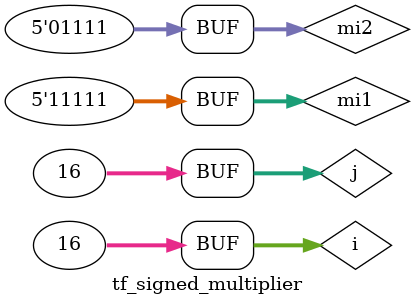
<source format=v>
`timescale 1ns / 1ps


module tf_signed_multiplier;

	// Inputs
	reg [4:0] mi1;
	reg [4:0] mi2;

	// Outputs
	wire [8:0] P;

	// Instantiate the Unit Under Test (UUT)
	signed_multiplier uut (
		.mi1(mi1), 
		.mi2(mi2), 
		.P(P)
	);
	integer i,j;
	initial begin
		// Initialize Inputs
		for (i = 0; i <= 15; i=i+1)
		for (j = 0; j <= 15; j=j+1)begin
		
		#20
		mi1 = 16+i;
		mi2 = j;
		
		
		// Wait 100 ns for global reset to finish
		end
        
		// Add stimulus here

	end
      
endmodule


</source>
